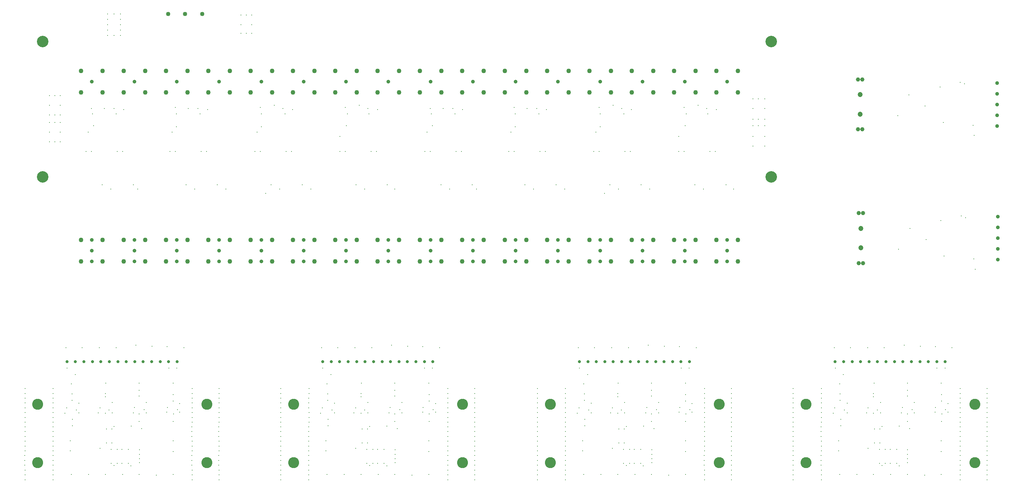
<source format=gbr>
G04 Generated by Ultiboard *
%FSLAX25Y25*%
%MOMM*%

%ADD10C,0.25000*%
%ADD11C,2.60000*%
%ADD12C,0.88900*%
%ADD13C,1.10058*%
%ADD14C,0.70000*%
%ADD15C,2.70942*%
%ADD16C,1.01600*%
%ADD17C,1.20000*%
%ADD18C,1.00000*%
%ADD19C,0.80000*%


%LNDrill-Copper Top-Copper Bottom*%
%LPD*%
%FSLAX25Y25*%
%MOMM*%
G54D10*
X12764000Y7176400D03*
X6389600Y7963800D03*
X6364200Y8852800D03*
X3220900Y3364300D03*
X885400Y1564600D03*
X221900Y1565100D03*
X1341300Y1637100D03*
X218400Y777200D03*
X220000Y434300D03*
X220000Y320000D03*
X220000Y205700D03*
X218400Y548600D03*
X218400Y662900D03*
X218700Y1230700D03*
X220300Y887800D03*
X220300Y1116400D03*
X220300Y1002100D03*
X218700Y1345000D03*
X218700Y1459300D03*
X881900Y776700D03*
X883500Y433800D03*
X883500Y319500D03*
X883500Y205200D03*
X881900Y662400D03*
X881900Y548100D03*
X1315900Y329000D03*
X882200Y1230200D03*
X883800Y1115900D03*
X883800Y1001600D03*
X883800Y887300D03*
X882200Y1458800D03*
X882200Y1344500D03*
X1290500Y887800D03*
X1290500Y1129100D03*
X1341300Y1484700D03*
X222200Y2361500D03*
X220300Y2022300D03*
X221900Y1679400D03*
X220300Y1908000D03*
X221900Y1793700D03*
X220300Y2136600D03*
X222200Y2247200D03*
X885700Y2361000D03*
X1201600Y1903800D03*
X1163500Y1776800D03*
X883800Y2021800D03*
X883800Y1907500D03*
X885400Y1793200D03*
X885400Y1678900D03*
X885700Y2246700D03*
X883800Y2136100D03*
X1493700Y2018100D03*
X1493700Y1789500D03*
X1430200Y1853000D03*
X1328600Y2081600D03*
X1328600Y2234000D03*
X1214300Y2843600D03*
X1315900Y2475300D03*
X1404800Y2691200D03*
X2916100Y1586300D03*
X2395400Y925900D03*
X2395400Y595700D03*
X1722300Y329000D03*
X2116000Y329000D03*
X2322200Y541900D03*
X2255700Y595700D03*
X1989000Y951300D03*
X2255700Y925900D03*
X2141400Y1078300D03*
X2268400Y1078300D03*
X2141400Y1408500D03*
X2322200Y1469000D03*
X2268400Y1408500D03*
X2922200Y807200D03*
X2522400Y329000D03*
X2722200Y535600D03*
X2509700Y595700D03*
X2662100Y595700D03*
X2916100Y329000D03*
X2922200Y607200D03*
X2922200Y707200D03*
X2509700Y925900D03*
X2662100Y925900D03*
X2725600Y1472000D03*
X2922200Y917200D03*
X2971200Y1416900D03*
X1989000Y1903800D03*
X1950900Y1789500D03*
X2281100Y2030800D03*
X2116000Y1776800D03*
X2281100Y1789500D03*
X2204900Y1853000D03*
X2116000Y2246700D03*
X2116000Y2170500D03*
X2128700Y2488000D03*
X2776400Y1789500D03*
X2801800Y1916500D03*
X3081200Y2030800D03*
X2916100Y1764100D03*
X3030400Y1865700D03*
X3081200Y1789500D03*
X2916100Y2183200D03*
X2916100Y2322900D03*
X2916100Y2488000D03*
X1569900Y3326200D03*
X1188900Y3326200D03*
X2370000Y3326200D03*
X1976300Y3326200D03*
X2839900Y3389700D03*
X4798400Y548600D03*
X4800300Y2136600D03*
X4802200Y2247200D03*
X4802200Y2361500D03*
X4798700Y1345000D03*
X4801900Y1679400D03*
X4800300Y2022300D03*
X4800300Y1908000D03*
X4801900Y1793700D03*
X4801900Y1565100D03*
X4798700Y1459300D03*
X4800300Y887800D03*
X4798700Y1230700D03*
X4800300Y1116400D03*
X4800300Y1002100D03*
X4798400Y777200D03*
X4798400Y662900D03*
X4800000Y434300D03*
X4800000Y320000D03*
X4800000Y205700D03*
X4166100Y1566000D03*
X3721500Y1586300D03*
X3322500Y316300D03*
X3716200Y329000D03*
X3716200Y875100D03*
X3716200Y1129100D03*
X4162600Y778100D03*
X4164200Y435200D03*
X4164200Y320900D03*
X4164200Y206600D03*
X4162600Y549500D03*
X4162600Y663800D03*
X4162900Y1231600D03*
X4164500Y1117300D03*
X4164500Y1003000D03*
X4164500Y888700D03*
X4162900Y1460200D03*
X4162900Y1345900D03*
X3581800Y1916500D03*
X3569100Y1802200D03*
X3873900Y2005400D03*
X3728900Y1764100D03*
X3873900Y1802200D03*
X3817800Y1865700D03*
X3721500Y2068900D03*
X3721500Y2221300D03*
X3614600Y2843600D03*
X3805100Y2843600D03*
X3716200Y2488000D03*
X4166400Y2362400D03*
X4164500Y2023200D03*
X4164500Y1908900D03*
X4166100Y1794600D03*
X4166100Y1680300D03*
X4166400Y2248100D03*
X4164500Y2137500D03*
X6261900Y1565100D03*
X6258400Y777200D03*
X6260000Y434300D03*
X6260000Y320000D03*
X6260000Y205700D03*
X6258400Y548600D03*
X6258400Y662900D03*
X6258700Y1230700D03*
X6260300Y887800D03*
X6260300Y1116400D03*
X6260300Y1002100D03*
X6258700Y1345000D03*
X6258700Y1459300D03*
X6262200Y2361500D03*
X6260300Y2022300D03*
X6261900Y1679400D03*
X6260300Y1908000D03*
X6261900Y1793700D03*
X6260300Y2136600D03*
X6262200Y2247200D03*
X3970200Y3326200D03*
X3576500Y3351600D03*
X801600Y9056000D03*
X801600Y9284600D03*
X801600Y8649600D03*
X801600Y8827400D03*
X801600Y8421000D03*
X801600Y8192400D03*
X928600Y8827400D03*
X1055600Y8827400D03*
X1055600Y8421000D03*
X928600Y8192400D03*
X1055600Y8192400D03*
X928600Y8649600D03*
X1055600Y8649600D03*
X1055600Y9056000D03*
X928600Y9284600D03*
X1055600Y9284600D03*
X1665200Y7963800D03*
X2528800Y7963800D03*
X1792200Y7963800D03*
X2401800Y7963800D03*
X2046200Y7176400D03*
X2249400Y7074800D03*
X2782800Y7176400D03*
X2884400Y7074800D03*
X2376400Y8852800D03*
X1716000Y8421000D03*
X1843000Y8573400D03*
X1792200Y8979800D03*
X1817600Y8852800D03*
X2097000Y8979800D03*
X2325600Y8979800D03*
X2554200Y8954400D03*
X2173200Y11215000D03*
X2478000Y11215000D03*
X2325600Y11215000D03*
X2173200Y10834000D03*
X2173200Y10707000D03*
X2325600Y10707000D03*
X2173200Y11088000D03*
X2173200Y10961000D03*
X2478000Y10834000D03*
X2478000Y10707000D03*
X2478000Y11088000D03*
X2478000Y10961000D03*
X4764000Y7176400D03*
X3773400Y7963800D03*
X3646400Y7963800D03*
X4510000Y7963800D03*
X4383000Y7963800D03*
X4027400Y7176400D03*
X4230600Y7074800D03*
X3697200Y8421000D03*
X3798800Y8548000D03*
X3773400Y9005200D03*
X3798800Y8852800D03*
X4357600Y8852800D03*
X4078200Y8979800D03*
X4306800Y8979800D03*
X4535400Y8954400D03*
X5780000Y7963800D03*
X5653000Y7963800D03*
X4967200Y7074800D03*
X6034000Y7176400D03*
X5907000Y6973200D03*
X6237200Y7074800D03*
X5703800Y8421000D03*
X5805400Y8548000D03*
X5780000Y9005200D03*
X5805400Y8852800D03*
X6110200Y9056000D03*
X6313400Y8979800D03*
X5322800Y11189600D03*
X5576800Y11189600D03*
X5449800Y11189600D03*
X5576800Y10961000D03*
X5576800Y10757800D03*
X5322800Y10757800D03*
X5449800Y10757800D03*
X5322800Y10961000D03*
X9621800Y1916500D03*
X9609100Y1802200D03*
X9616500Y3351600D03*
X8029000Y951300D03*
X8029000Y1903800D03*
X7990900Y1789500D03*
X6925400Y1564600D03*
X7381300Y1637100D03*
X6921900Y776700D03*
X6923500Y433800D03*
X6923500Y319500D03*
X6923500Y205200D03*
X6921900Y662400D03*
X6921900Y548100D03*
X6922200Y1230200D03*
X6923800Y1115900D03*
X6923800Y1001600D03*
X6923800Y887300D03*
X6922200Y1458800D03*
X6922200Y1344500D03*
X7355900Y329000D03*
X7762300Y329000D03*
X7330500Y887800D03*
X7330500Y1129100D03*
X7381300Y1484700D03*
X7241600Y1903800D03*
X7203500Y1776800D03*
X6925700Y2361000D03*
X6923800Y2021800D03*
X6923800Y1907500D03*
X6925400Y1793200D03*
X6925400Y1678900D03*
X6925700Y2246700D03*
X6923800Y2136100D03*
X7533700Y2018100D03*
X7533700Y1789500D03*
X7470200Y1853000D03*
X7368600Y2081600D03*
X7368600Y2234000D03*
X7254300Y2843600D03*
X7355900Y2475300D03*
X7444800Y2691200D03*
X8956100Y1586300D03*
X8762200Y535600D03*
X8765600Y1472000D03*
X8435400Y595700D03*
X8362200Y541900D03*
X8156000Y329000D03*
X8295700Y595700D03*
X8562400Y329000D03*
X8549700Y595700D03*
X8702100Y595700D03*
X8435400Y925900D03*
X8362200Y1469000D03*
X8295700Y925900D03*
X8181400Y1078300D03*
X8308400Y1078300D03*
X8181400Y1408500D03*
X8308400Y1408500D03*
X8549700Y925900D03*
X8702100Y925900D03*
X8962200Y807200D03*
X8956100Y329000D03*
X8962200Y607200D03*
X8962200Y707200D03*
X9362500Y316300D03*
X8962200Y917200D03*
X9011200Y1416900D03*
X8816400Y1789500D03*
X8841800Y1916500D03*
X8321100Y2030800D03*
X8156000Y1776800D03*
X8321100Y1789500D03*
X8244900Y1853000D03*
X8156000Y2246700D03*
X8156000Y2170500D03*
X8168700Y2488000D03*
X9121200Y2030800D03*
X8956100Y1764100D03*
X9070400Y1865700D03*
X9121200Y1789500D03*
X8956100Y2183200D03*
X8956100Y2322900D03*
X8956100Y2488000D03*
X8016300Y3326200D03*
X7228900Y3326200D03*
X7609900Y3326200D03*
X8410000Y3326200D03*
X8879900Y3389700D03*
X9260900Y3364300D03*
X10841900Y1565100D03*
X10206100Y1566000D03*
X9761500Y1586300D03*
X10202600Y778100D03*
X9756200Y329000D03*
X10204200Y435200D03*
X10204200Y320900D03*
X10204200Y206600D03*
X10202600Y549500D03*
X10202600Y663800D03*
X9756200Y875100D03*
X9756200Y1129100D03*
X10202900Y1231600D03*
X10204500Y1117300D03*
X10204500Y1003000D03*
X10204500Y888700D03*
X10202900Y1460200D03*
X10202900Y1345900D03*
X10838400Y777200D03*
X10838400Y548600D03*
X10838400Y662900D03*
X10840000Y434300D03*
X10840000Y320000D03*
X10840000Y205700D03*
X10838700Y1345000D03*
X10838700Y1459300D03*
X10840300Y887800D03*
X10838700Y1230700D03*
X10840300Y1116400D03*
X10840300Y1002100D03*
X10206400Y2362400D03*
X9913900Y2005400D03*
X9768900Y1764100D03*
X9913900Y1802200D03*
X9857800Y1865700D03*
X9761500Y2068900D03*
X9761500Y2221300D03*
X10204500Y2023200D03*
X10204500Y1908900D03*
X10206100Y1794600D03*
X10206100Y1680300D03*
X10206400Y2248100D03*
X10204500Y2137500D03*
X9654600Y2843600D03*
X9845100Y2843600D03*
X9756200Y2488000D03*
X10842200Y2361500D03*
X10840300Y2136600D03*
X10842200Y2247200D03*
X10841900Y1679400D03*
X10840300Y2022300D03*
X10840300Y1908000D03*
X10841900Y1793700D03*
X12321900Y1565100D03*
X12318400Y777200D03*
X12320000Y434300D03*
X12320000Y320000D03*
X12320000Y205700D03*
X12318400Y548600D03*
X12318400Y662900D03*
X12318700Y1230700D03*
X12320300Y887800D03*
X12320300Y1116400D03*
X12320300Y1002100D03*
X12318700Y1345000D03*
X12318700Y1459300D03*
X12322200Y2361500D03*
X12320300Y2022300D03*
X12321900Y1679400D03*
X12320300Y1908000D03*
X12321900Y1793700D03*
X12320300Y2136600D03*
X12322200Y2247200D03*
X10010200Y3326200D03*
X8040600Y7176400D03*
X6516600Y7963800D03*
X7659600Y7963800D03*
X7786600Y7963800D03*
X6770600Y7176400D03*
X6973800Y7074800D03*
X6542000Y8954400D03*
X7659600Y8319400D03*
X7812000Y8573400D03*
X7786600Y9005200D03*
X7837400Y8852800D03*
X8523200Y7963800D03*
X8396200Y7963800D03*
X8777200Y7176400D03*
X8243800Y7074800D03*
X8955000Y7074800D03*
X8116800Y9056000D03*
X8320000Y8979800D03*
X8345400Y8852800D03*
X8548600Y8954400D03*
X9665200Y7963800D03*
X10528800Y7963800D03*
X9792200Y7963800D03*
X10401800Y7963800D03*
X10046200Y7176400D03*
X10249400Y7074800D03*
X10782800Y7176400D03*
X10884400Y7074800D03*
X10376400Y8852800D03*
X9716000Y8421000D03*
X9843000Y8573400D03*
X9792200Y8979800D03*
X9817600Y8852800D03*
X10097000Y8979800D03*
X10325600Y8979800D03*
X10554200Y8954400D03*
X11773400Y7963800D03*
X11646400Y7963800D03*
X12510000Y7963800D03*
X12383000Y7963800D03*
X12027400Y7176400D03*
X12230600Y7074800D03*
X11697200Y8421000D03*
X11798800Y8548000D03*
X11773400Y9005200D03*
X11798800Y8852800D03*
X12357600Y8852800D03*
X12078200Y8979800D03*
X12306800Y8979800D03*
X12535400Y8954400D03*
X15973900Y2005400D03*
X15973900Y1802200D03*
X14422200Y541900D03*
X14355700Y595700D03*
X14355700Y925900D03*
X14368400Y1078300D03*
X14422200Y1469000D03*
X14368400Y1408500D03*
X14381100Y2030800D03*
X14381100Y1789500D03*
X12985400Y1564600D03*
X13441300Y1637100D03*
X12981900Y776700D03*
X12983500Y433800D03*
X12983500Y319500D03*
X12983500Y205200D03*
X12981900Y662400D03*
X12981900Y548100D03*
X13415900Y329000D03*
X12982200Y1230200D03*
X12983800Y1115900D03*
X12983800Y1001600D03*
X12983800Y887300D03*
X12982200Y1458800D03*
X12982200Y1344500D03*
X13390500Y887800D03*
X13390500Y1129100D03*
X13441300Y1484700D03*
X13822300Y329000D03*
X14216000Y329000D03*
X14089000Y951300D03*
X14241400Y1078300D03*
X14241400Y1408500D03*
X13593700Y2018100D03*
X13593700Y1789500D03*
X12985700Y2361000D03*
X12983800Y2021800D03*
X12983800Y1907500D03*
X12985400Y1793200D03*
X12985400Y1678900D03*
X12985700Y2246700D03*
X12983800Y2136100D03*
X13301600Y1903800D03*
X13263500Y1776800D03*
X13530200Y1853000D03*
X13428600Y2081600D03*
X13428600Y2234000D03*
X13314300Y2843600D03*
X13415900Y2475300D03*
X13504800Y2691200D03*
X14089000Y1903800D03*
X14050900Y1789500D03*
X14216000Y1776800D03*
X14304900Y1853000D03*
X14216000Y2246700D03*
X14216000Y2170500D03*
X14228700Y2488000D03*
X15016100Y1586300D03*
X15821500Y1586300D03*
X15022200Y807200D03*
X14822200Y535600D03*
X14762100Y595700D03*
X14622400Y329000D03*
X14495400Y595700D03*
X14609700Y595700D03*
X15016100Y329000D03*
X15022200Y607200D03*
X15022200Y707200D03*
X14762100Y925900D03*
X14825600Y1472000D03*
X14495400Y925900D03*
X14609700Y925900D03*
X15022200Y917200D03*
X15071200Y1416900D03*
X15422500Y316300D03*
X15816200Y329000D03*
X15816200Y875100D03*
X15816200Y1129100D03*
X15181200Y2030800D03*
X15181200Y1789500D03*
X14876400Y1789500D03*
X14901800Y1916500D03*
X15016100Y1764100D03*
X15130400Y1865700D03*
X15016100Y2183200D03*
X15016100Y2322900D03*
X15016100Y2488000D03*
X15681800Y1916500D03*
X15669100Y1802200D03*
X15828900Y1764100D03*
X15917800Y1865700D03*
X15821500Y2068900D03*
X15821500Y2221300D03*
X15714600Y2843600D03*
X15905100Y2843600D03*
X15816200Y2488000D03*
X13288900Y3326200D03*
X13669900Y3326200D03*
X14076300Y3326200D03*
X14470000Y3326200D03*
X14939900Y3389700D03*
X15320900Y3364300D03*
X15676500Y3351600D03*
X16901900Y1565100D03*
X16266100Y1566000D03*
X16262600Y778100D03*
X16264200Y435200D03*
X16264200Y320900D03*
X16264200Y206600D03*
X16262600Y549500D03*
X16262600Y663800D03*
X16262900Y1231600D03*
X16264500Y1117300D03*
X16264500Y1003000D03*
X16264500Y888700D03*
X16262900Y1460200D03*
X16262900Y1345900D03*
X16898400Y777200D03*
X16900000Y434300D03*
X16900000Y320000D03*
X16900000Y205700D03*
X16898400Y548600D03*
X16898400Y662900D03*
X16898700Y1230700D03*
X16900300Y887800D03*
X16900300Y1116400D03*
X16900300Y1002100D03*
X16898700Y1345000D03*
X16898700Y1459300D03*
X16266400Y2362400D03*
X16264500Y2023200D03*
X16264500Y1908900D03*
X16266100Y1794600D03*
X16266100Y1680300D03*
X16266400Y2248100D03*
X16264500Y2137500D03*
X16902200Y2361500D03*
X16900300Y2022300D03*
X16901900Y1679400D03*
X16900300Y1908000D03*
X16901900Y1793700D03*
X16900300Y2136600D03*
X16902200Y2247200D03*
X19025400Y1564600D03*
X18361900Y1565100D03*
X18358400Y777200D03*
X18360000Y320000D03*
X18360000Y205700D03*
X18358400Y548600D03*
X18358400Y662900D03*
X18360000Y434300D03*
X18358700Y1230700D03*
X18360300Y887800D03*
X18360300Y1116400D03*
X18360300Y1002100D03*
X18358700Y1345000D03*
X18358700Y1459300D03*
X19021900Y776700D03*
X19023500Y433800D03*
X19023500Y319500D03*
X19023500Y205200D03*
X19021900Y662400D03*
X19021900Y548100D03*
X19022200Y1230200D03*
X19023800Y1115900D03*
X19023800Y1001600D03*
X19023800Y887300D03*
X19022200Y1458800D03*
X19022200Y1344500D03*
X18362200Y2361500D03*
X18360300Y2022300D03*
X18361900Y1679400D03*
X18360300Y1908000D03*
X18361900Y1793700D03*
X18360300Y2136600D03*
X18362200Y2247200D03*
X19025700Y2361000D03*
X19023800Y2021800D03*
X19023800Y1907500D03*
X19025400Y1793200D03*
X19025400Y1678900D03*
X19025700Y2246700D03*
X19023800Y2136100D03*
X16070200Y3326200D03*
X16040600Y7176400D03*
X14389600Y7963800D03*
X14364200Y8852800D03*
X13780000Y7963800D03*
X13653000Y7963800D03*
X12967200Y7074800D03*
X14034000Y7176400D03*
X13907000Y6973200D03*
X14237200Y7074800D03*
X13703800Y8421000D03*
X13805400Y8548000D03*
X13780000Y9005200D03*
X13805400Y8852800D03*
X14110200Y9056000D03*
X14313400Y8979800D03*
X14516600Y7963800D03*
X15659600Y7963800D03*
X15786600Y7963800D03*
X14770600Y7176400D03*
X14973800Y7074800D03*
X14542000Y8954400D03*
X15659600Y8319400D03*
X15812000Y8573400D03*
X15786600Y9005200D03*
X15837400Y8852800D03*
X16523200Y7963800D03*
X16396200Y7963800D03*
X16777200Y7176400D03*
X16243800Y7074800D03*
X16955000Y7074800D03*
X16116800Y9056000D03*
X16320000Y8979800D03*
X16345400Y8852800D03*
X16548600Y8954400D03*
X17413200Y8319400D03*
X17413200Y8090800D03*
X17540200Y8725800D03*
X17413200Y8725800D03*
X17413200Y8573400D03*
X17540200Y8573400D03*
X17540200Y9208400D03*
X17413200Y9208400D03*
X17413200Y8979800D03*
X17692600Y8319400D03*
X17692600Y8090800D03*
X17692600Y8725800D03*
X17692600Y8573400D03*
X17692600Y9208400D03*
X17692600Y8979800D03*
X22426600Y6404800D03*
X22326600Y6444800D03*
X20802100Y595700D03*
X20802100Y925900D03*
X19481300Y1637100D03*
X19455900Y329000D03*
X19862300Y329000D03*
X19430500Y887800D03*
X19430500Y1129100D03*
X19481300Y1484700D03*
X20395700Y595700D03*
X20256000Y329000D03*
X20662400Y329000D03*
X20535400Y595700D03*
X20462200Y541900D03*
X20649700Y595700D03*
X20395700Y925900D03*
X20408400Y1078300D03*
X20408400Y1408500D03*
X20129000Y951300D03*
X20281400Y1078300D03*
X20281400Y1408500D03*
X20535400Y925900D03*
X20649700Y925900D03*
X20462200Y1469000D03*
X19633700Y2018100D03*
X19633700Y1789500D03*
X19570200Y1853000D03*
X19341600Y1903800D03*
X19303500Y1776800D03*
X19468600Y2081600D03*
X19468600Y2234000D03*
X19354300Y2843600D03*
X19455900Y2475300D03*
X19544800Y2691200D03*
X20421100Y2030800D03*
X20421100Y1789500D03*
X20129000Y1903800D03*
X20090900Y1789500D03*
X20256000Y1776800D03*
X20344900Y1853000D03*
X20256000Y2246700D03*
X20256000Y2170500D03*
X20268700Y2488000D03*
X21056100Y1586300D03*
X22306100Y1566000D03*
X21861500Y1586300D03*
X21062200Y807200D03*
X21056100Y329000D03*
X20862200Y535600D03*
X21062200Y607200D03*
X21062200Y707200D03*
X21462500Y316300D03*
X21062200Y917200D03*
X20865600Y1472000D03*
X21111200Y1416900D03*
X22302600Y778100D03*
X21856200Y329000D03*
X22304200Y435200D03*
X22304200Y320900D03*
X22304200Y206600D03*
X22302600Y549500D03*
X22302600Y663800D03*
X21856200Y875100D03*
X21856200Y1129100D03*
X22302900Y1231600D03*
X22304500Y1117300D03*
X22304500Y1003000D03*
X22304500Y888700D03*
X22302900Y1460200D03*
X22302900Y1345900D03*
X21221200Y2030800D03*
X21170400Y1865700D03*
X21221200Y1789500D03*
X20916400Y1789500D03*
X20941800Y1916500D03*
X21056100Y1764100D03*
X21056100Y2183200D03*
X21056100Y2322900D03*
X21056100Y2488000D03*
X22306400Y2362400D03*
X22013900Y2005400D03*
X22013900Y1802200D03*
X21957800Y1865700D03*
X21721800Y1916500D03*
X21709100Y1802200D03*
X21868900Y1764100D03*
X21861500Y2068900D03*
X21861500Y2221300D03*
X22304500Y2023200D03*
X22304500Y1908900D03*
X22306100Y1794600D03*
X22306100Y1680300D03*
X22306400Y2248100D03*
X22304500Y2137500D03*
X21754600Y2843600D03*
X21945100Y2843600D03*
X21856200Y2488000D03*
X19328900Y3326200D03*
X19709900Y3326200D03*
X20116300Y3326200D03*
X20510000Y3326200D03*
X20979900Y3389700D03*
X21360900Y3364300D03*
X21716500Y3351600D03*
X22110200Y3326200D03*
X20846600Y5654800D03*
X21116600Y6144800D03*
X21496600Y5884800D03*
X21926600Y5494800D03*
X21846600Y6334800D03*
X22941900Y1565100D03*
X22938400Y777200D03*
X22940000Y434300D03*
X22940000Y320000D03*
X22940000Y205700D03*
X22938400Y548600D03*
X22938400Y662900D03*
X22938700Y1230700D03*
X22940300Y887800D03*
X22940300Y1116400D03*
X22940300Y1002100D03*
X22938700Y1345000D03*
X22938700Y1459300D03*
X22942200Y2361500D03*
X22940300Y2022300D03*
X22941900Y1679400D03*
X22940300Y1908000D03*
X22941900Y1793700D03*
X22940300Y2136600D03*
X22942200Y2247200D03*
X22656600Y5184800D03*
X22626600Y5424800D03*
X22406600Y9564800D03*
X22306600Y9604800D03*
X20826600Y8814800D03*
X21096600Y9304800D03*
X21476600Y9044800D03*
X21906600Y8654800D03*
X21826600Y9494800D03*
X22636600Y8344800D03*
X22606600Y8584800D03*
G54D11*
X12622200Y607200D03*
X12622200Y1987200D03*
X6562200Y607200D03*
X6562200Y1987200D03*
X522200Y607200D03*
X522200Y1987200D03*
X4512200Y607200D03*
X4512200Y1987200D03*
X10552200Y607200D03*
X10552200Y1987200D03*
X16612200Y607200D03*
X16612200Y1987200D03*
X18662200Y607200D03*
X18662200Y1987200D03*
X22652200Y607200D03*
X22652200Y1987200D03*
G54D12*
X12801400Y9621200D03*
X12801400Y5876200D03*
X12801400Y5366200D03*
X12801400Y5621200D03*
X1801400Y5621200D03*
X1801400Y5366200D03*
X1801400Y5876200D03*
X2801400Y5621200D03*
X2801400Y5366200D03*
X2801400Y5876200D03*
X4801400Y5876200D03*
X4801400Y5366200D03*
X4801400Y5621200D03*
X3801400Y5621200D03*
X3801400Y5366200D03*
X3801400Y5876200D03*
X5801400Y5621200D03*
X5801400Y5366200D03*
X5801400Y5876200D03*
X1801400Y9621200D03*
X2801400Y9621200D03*
X5801400Y9621200D03*
X3801400Y9621200D03*
X4801400Y9621200D03*
X9801400Y5621200D03*
X9801400Y5366200D03*
X9801400Y5876200D03*
X7801400Y5621200D03*
X7801400Y5366200D03*
X7801400Y5876200D03*
X6801400Y5621200D03*
X6801400Y5366200D03*
X6801400Y5876200D03*
X8801400Y5876200D03*
X8801400Y5366200D03*
X8801400Y5621200D03*
X10801400Y5621200D03*
X10801400Y5366200D03*
X10801400Y5876200D03*
X11801400Y5621200D03*
X11801400Y5366200D03*
X11801400Y5876200D03*
X9801400Y9621200D03*
X6801400Y9621200D03*
X8801400Y9621200D03*
X7801400Y9621200D03*
X11801400Y9621200D03*
X10801400Y9621200D03*
X15801400Y5621200D03*
X15801400Y5366200D03*
X15801400Y5876200D03*
X13801400Y5621200D03*
X13801400Y5366200D03*
X13801400Y5876200D03*
X14801400Y5621200D03*
X14801400Y5366200D03*
X14801400Y5876200D03*
X16801400Y5876200D03*
X16801400Y5366200D03*
X16801400Y5621200D03*
X15801400Y9621200D03*
X13801400Y9621200D03*
X14801400Y9621200D03*
X16801400Y9621200D03*
X23191800Y6428000D03*
X23191800Y5412000D03*
X23191800Y5920000D03*
X23191800Y5666000D03*
X23191800Y6174000D03*
X23171800Y9588000D03*
X23171800Y9334000D03*
X23171800Y9080000D03*
X23171800Y8572000D03*
X23171800Y8826000D03*
G54D13*
X12547400Y9367200D03*
X12547400Y9875200D03*
X13055400Y9367200D03*
X13055400Y9875200D03*
X12547400Y5367200D03*
X12547400Y5875200D03*
X13055400Y5367200D03*
X13055400Y5875200D03*
X1547400Y5875200D03*
X1547400Y5367200D03*
X2055400Y5367200D03*
X2055400Y5875200D03*
X2547400Y5367200D03*
X3055400Y5367200D03*
X2547400Y5875200D03*
X3055400Y5875200D03*
X4547400Y5367200D03*
X4547400Y5875200D03*
X5055400Y5367200D03*
X5055400Y5875200D03*
X4055400Y5875200D03*
X4055400Y5367200D03*
X3547400Y5367200D03*
X3547400Y5875200D03*
X5547400Y5875200D03*
X5547400Y5367200D03*
X6055400Y5367200D03*
X6055400Y5875200D03*
X1547400Y9367200D03*
X2055400Y9367200D03*
X1547400Y9875200D03*
X2055400Y9875200D03*
X2547400Y9367200D03*
X3055400Y9367200D03*
X2547400Y9875200D03*
X3055400Y9875200D03*
X5547400Y9367200D03*
X6055400Y9367200D03*
X5547400Y9875200D03*
X6055400Y9875200D03*
X4055400Y9367200D03*
X3547400Y9367200D03*
X4055400Y9875200D03*
X3547400Y9875200D03*
X4547400Y9367200D03*
X5055400Y9367200D03*
X4547400Y9875200D03*
X5055400Y9875200D03*
X9547400Y5875200D03*
X9547400Y5367200D03*
X10055400Y5367200D03*
X10055400Y5875200D03*
X8055400Y5875200D03*
X8055400Y5367200D03*
X7547400Y5367200D03*
X7547400Y5875200D03*
X6547400Y5367200D03*
X7055400Y5367200D03*
X6547400Y5875200D03*
X7055400Y5875200D03*
X8547400Y5367200D03*
X8547400Y5875200D03*
X9055400Y5367200D03*
X9055400Y5875200D03*
X10547400Y5367200D03*
X11055400Y5367200D03*
X10547400Y5875200D03*
X11055400Y5875200D03*
X12055400Y5875200D03*
X12055400Y5367200D03*
X11547400Y5367200D03*
X11547400Y5875200D03*
X9547400Y9875200D03*
X9547400Y9367200D03*
X10055400Y9367200D03*
X10055400Y9875200D03*
X6547400Y9367200D03*
X7055400Y9367200D03*
X6547400Y9875200D03*
X7055400Y9875200D03*
X8547400Y9367200D03*
X9055400Y9367200D03*
X8547400Y9875200D03*
X9055400Y9875200D03*
X8055400Y9367200D03*
X7547400Y9367200D03*
X8055400Y9875200D03*
X7547400Y9875200D03*
X12055400Y9367200D03*
X11547400Y9367200D03*
X12055400Y9875200D03*
X11547400Y9875200D03*
X10547400Y9367200D03*
X11055400Y9367200D03*
X10547400Y9875200D03*
X11055400Y9875200D03*
X16055400Y5875200D03*
X16055400Y5367200D03*
X15547400Y5367200D03*
X15547400Y5875200D03*
X13547400Y5875200D03*
X13547400Y5367200D03*
X14055400Y5367200D03*
X14055400Y5875200D03*
X14547400Y5367200D03*
X15055400Y5367200D03*
X14547400Y5875200D03*
X15055400Y5875200D03*
X16547400Y5367200D03*
X16547400Y5875200D03*
X17055400Y5367200D03*
X17055400Y5875200D03*
X16055400Y9875200D03*
X16055400Y9367200D03*
X15547400Y9367200D03*
X15547400Y9875200D03*
X13547400Y9367200D03*
X14055400Y9367200D03*
X13547400Y9875200D03*
X14055400Y9875200D03*
X14547400Y9367200D03*
X15055400Y9367200D03*
X14547400Y9875200D03*
X15055400Y9875200D03*
X16547400Y9367200D03*
X17055400Y9367200D03*
X16547400Y9875200D03*
X17055400Y9875200D03*
G54D14*
X3212200Y2997200D03*
X1612200Y2997200D03*
X1212200Y2997200D03*
X1412200Y2997200D03*
X2412200Y2997200D03*
X2012200Y2997200D03*
X1812200Y2997200D03*
X2212200Y2997200D03*
X2812200Y2997200D03*
X2612200Y2997200D03*
X3012200Y2997200D03*
X3612200Y2997200D03*
X3412200Y2997200D03*
X3812200Y2997200D03*
X9652200Y2997200D03*
X8052200Y2997200D03*
X7252200Y2997200D03*
X7652200Y2997200D03*
X7452200Y2997200D03*
X7852200Y2997200D03*
X8852200Y2997200D03*
X8452200Y2997200D03*
X8252200Y2997200D03*
X8652200Y2997200D03*
X9252200Y2997200D03*
X9052200Y2997200D03*
X9452200Y2997200D03*
X9852200Y2997200D03*
X13512200Y2997200D03*
X13312200Y2997200D03*
X13912200Y2997200D03*
X13712200Y2997200D03*
X14312200Y2997200D03*
X14112200Y2997200D03*
X14712200Y2997200D03*
X14512200Y2997200D03*
X15112200Y2997200D03*
X14912200Y2997200D03*
X15512200Y2997200D03*
X15312200Y2997200D03*
X15912200Y2997200D03*
X15712200Y2997200D03*
X20752200Y2997200D03*
X19952200Y2997200D03*
X19552200Y2997200D03*
X19352200Y2997200D03*
X19752200Y2997200D03*
X20352200Y2997200D03*
X20152200Y2997200D03*
X20552200Y2997200D03*
X21552200Y2997200D03*
X21152200Y2997200D03*
X20952200Y2997200D03*
X21352200Y2997200D03*
X21952200Y2997200D03*
X21752200Y2997200D03*
G54D15*
X641200Y7369000D03*
X641200Y10569000D03*
X17841200Y7369000D03*
X17841200Y10569000D03*
G54D16*
X3601400Y11221200D03*
X4401400Y11221200D03*
X4001400Y11221200D03*
G54D17*
X19960000Y6150000D03*
X19960000Y5690000D03*
X19940000Y9310000D03*
X19940000Y8850000D03*
G54D18*
X20010000Y5330000D03*
X19910000Y5330000D03*
X19910000Y6510000D03*
X20010000Y6510000D03*
X19890000Y9670000D03*
X19990000Y9670000D03*
X19990000Y8490000D03*
X19890000Y8490000D03*
G54D19*
X23191800Y5920000D03*
X23191800Y5666000D03*
X23191800Y6174000D03*
X23171800Y9334000D03*
X23171800Y9080000D03*
X23171800Y8826000D03*

M00*

</source>
